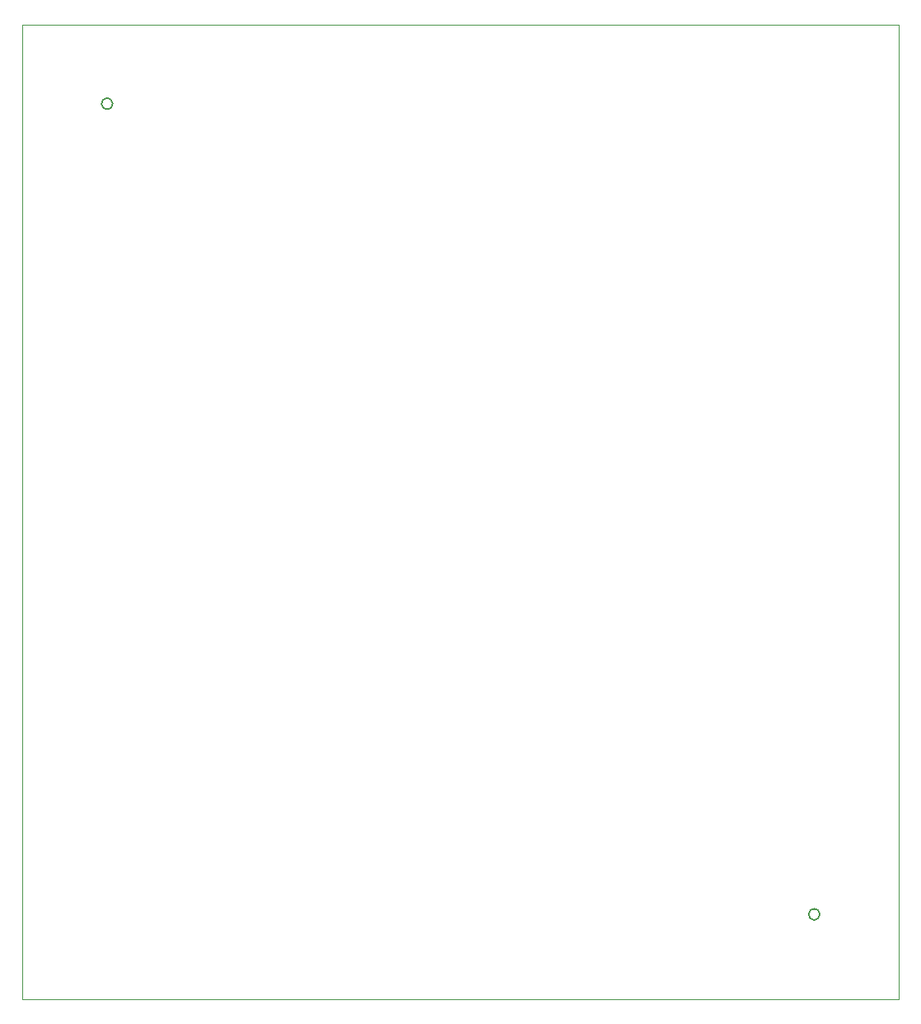
<source format=gbr>
%TF.GenerationSoftware,KiCad,Pcbnew,(5.1.6)-1*%
%TF.CreationDate,2022-04-28T16:11:12+09:00*%
%TF.ProjectId,FP-2500_TCU1000_V1.1,46502d32-3530-4305-9f54-435531303030,rev?*%
%TF.SameCoordinates,Original*%
%TF.FileFunction,Profile,NP*%
%FSLAX46Y46*%
G04 Gerber Fmt 4.6, Leading zero omitted, Abs format (unit mm)*
G04 Created by KiCad (PCBNEW (5.1.6)-1) date 2022-04-28 16:11:12*
%MOMM*%
%LPD*%
G01*
G04 APERTURE LIST*
%TA.AperFunction,Profile*%
%ADD10C,0.150000*%
%TD*%
%TA.AperFunction,Profile*%
%ADD11C,0.100000*%
%TD*%
G04 APERTURE END LIST*
D10*
X31276000Y-98124000D02*
G75*
G03*
X31276000Y-98124000I-576000J0D01*
G01*
X103876000Y-181300000D02*
G75*
G03*
X103876000Y-181300000I-576000J0D01*
G01*
D11*
X112000000Y-190000000D02*
X22000000Y-190000000D01*
X22000000Y-190000000D02*
X22000000Y-90000000D01*
X22000000Y-90000000D02*
X112000000Y-90000000D01*
X112000000Y-90000000D02*
X112000000Y-190000000D01*
M02*

</source>
